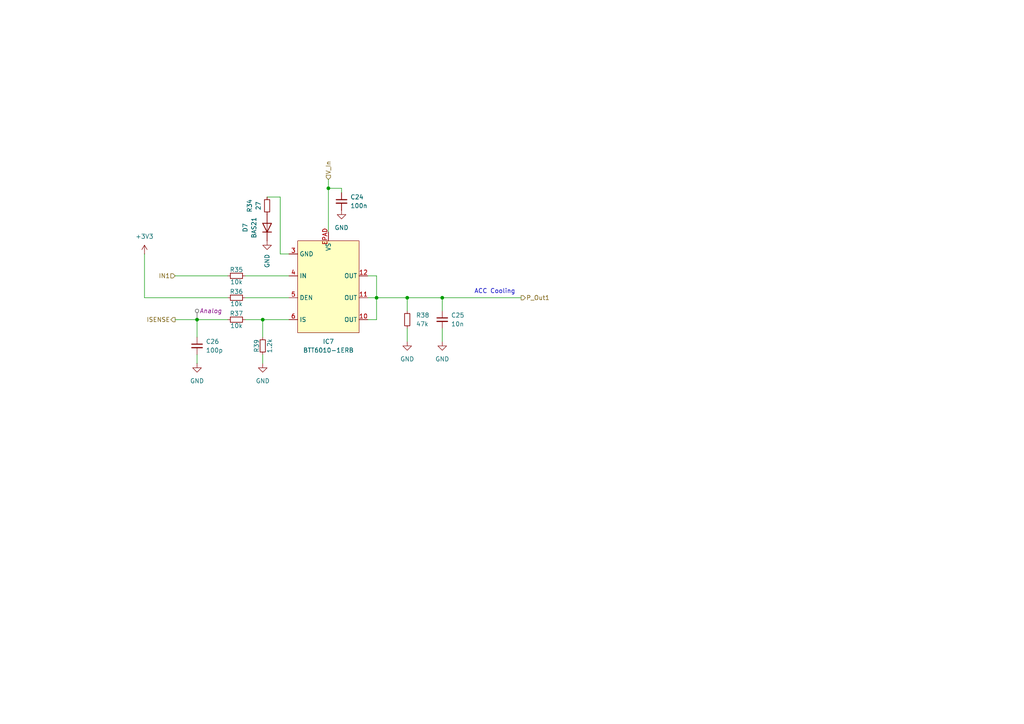
<source format=kicad_sch>
(kicad_sch (version 20231120) (generator "eeschema") (generator_version "8.0")
  (paper "A4")
  (title_block (title "PDU FT25") (date "2024-11-18") (rev "V1.0") (company "Janek Herm") (comment 1 "FaSTTUBe Electronics"))
  (lib_symbols
    (symbol "Device:C_Small" (pin_numbers hide) (pin_names (offset 0.254) hide)
      (property "Reference" "C" (at 0.254 1.778 0))
      (property "Value" "C_Small" (at 0.254 -2.032 0))
      (symbol "C_Small_0_1"
        (polyline (pts (xy -1.524 -0.508) (xy 1.524 -0.508)) (stroke (width 0.3302)))
        (polyline (pts (xy -1.524 0.508) (xy 1.524 0.508)) (stroke (width 0.3048)))
      )
      (symbol "C_Small_1_1"
        (pin passive line (at 0 2.54 270) (length 2.032) (name "~") (number "1"))
        (pin passive line (at 0 -2.54 90) (length 2.032) (name "~") (number "2"))
      )
    )
    (symbol "Device:R_Small" (pin_numbers hide) (pin_names (offset 0.254) hide)
      (property "Reference" "R" (at 0.762 0.508 0))
      (property "Value" "R_Small" (at 0.762 -1.016 0))
      (symbol "R_Small_0_1"
        (rectangle (start -0.762 1.778) (end 0.762 -1.778) (stroke (width 0.2032)))
      )
      (symbol "R_Small_1_1"
        (pin passive line (at 0 2.54 270) (length 0.762) (name "~") (number "1"))
        (pin passive line (at 0 -2.54 90) (length 0.762) (name "~") (number "2"))
      )
    )
    (symbol "Diode:BAS21" (pin_numbers hide) (pin_names hide)
      (property "Reference" "D" (at 0 2.54 0))
      (property "Value" "BAS21" (at 0 -2.54 0))
      (symbol "BAS21_0_1"
        (polyline (pts (xy -1.27 1.27) (xy -1.27 -1.27)) (stroke (width 0.254)))
        (polyline (pts (xy 1.27 0) (xy -1.27 0)))
        (polyline (pts (xy 1.27 1.27) (xy 1.27 -1.27) (xy -1.27 0) (xy 1.27 1.27)) (stroke (width 0.254)))
      )
      (symbol "BAS21_1_1"
        (pin passive line (at 3.81 0 180) (length 2.54) (name "A") (number "1"))
        (pin no_connect line (at -1.27 0 0) (length 2.54) hide (name "NC") (number "2"))
        (pin passive line (at -3.81 0 0) (length 2.54) (name "K") (number "3"))
      )
    )
    (symbol "FaSTTUBe_Power-Switches:BTT6010-1ERB"
      (property "Reference" "IC" (at 0.254 -28.956 0))
      (property "Value" "BTT6010-1ERB" (at 0.508 -30.734 0))
      (symbol "BTT6010-1ERB_1_1"
        (rectangle (start -8.89 -1.27) (end 8.89 -27.94) (fill (type background)))
        (pin passive line (at 11.43 -24.13 180) (length 2.54) (name "OUT") (number "10"))
        (pin passive line (at 11.43 -17.78 180) (length 2.54) (name "OUT") (number "11"))
        (pin power_out line (at 11.43 -11.43 180) (length 2.54) (name "OUT") (number "12"))
        (pin output line (at -11.43 -5.08 0) (length 2.54) (name "GND") (number "3"))
        (pin input line (at -11.43 -11.43 0) (length 2.54) (name "IN") (number "4"))
        (pin input line (at -11.43 -17.78 0) (length 2.54) (name "DEN") (number "5"))
        (pin output line (at -11.43 -24.13 0) (length 2.54) (name "IS") (number "6"))
        (pin input line (at 0 1.27 270) (length 2.54) (name "VS") (number "EPAD"))
      )
    )
    (symbol "power:+3.3V" (power) (pin_numbers hide) (pin_names (offset 0) hide)
      (property "Value" "+3.3V" (at 0 3.556 0))
      (symbol "+3.3V_0_1"
        (polyline (pts (xy -0.762 1.27) (xy 0 2.54)))
        (polyline (pts (xy 0 0) (xy 0 2.54)))
        (polyline (pts (xy 0 2.54) (xy 0.762 1.27)))
      )
      (symbol "+3.3V_1_1"
        (pin power_in line (at 0 0 90) (length 0) (name "~") (number "1"))
      )
    )
    (symbol "power:GND" (power) (pin_numbers hide) (pin_names (offset 0) hide)
      (property "Value" "GND" (at 0 -3.81 0))
      (symbol "GND_0_1"
        (polyline (pts (xy 0 0) (xy 0 -1.27) (xy 1.27 -1.27) (xy 0 -2.54) (xy -1.27 -1.27) (xy 0 -1.27)))
      )
      (symbol "GND_1_1"
        (pin power_in line (at 0 0 270) (length 0) (name "~") (number "1"))
      )
    )
  )
  (junction (at 76.2 92.71))
  (junction (at 109.22 86.36))
  (junction (at 57.15 92.71))
  (junction (at 118.11 86.36))
  (junction (at 128.27 86.36))
  (junction (at 95.25 54.61))
  (wire (pts (xy 118.11 95.25) (xy 118.11 99.06)))
  (wire (pts (xy 50.8 80.01) (xy 66.04 80.01)))
  (wire (pts (xy 57.15 92.71) (xy 66.04 92.71)))
  (wire (pts (xy 109.22 86.36) (xy 118.11 86.36)))
  (wire (pts (xy 106.68 86.36) (xy 109.22 86.36)))
  (wire (pts (xy 128.27 86.36) (xy 128.27 90.17)))
  (wire (pts (xy 41.91 86.36) (xy 66.04 86.36)))
  (wire (pts (xy 99.06 54.61) (xy 95.25 54.61)))
  (wire (pts (xy 128.27 95.25) (xy 128.27 99.06)))
  (wire (pts (xy 71.12 86.36) (xy 83.82 86.36)))
  (wire (pts (xy 128.27 86.36) (xy 151.13 86.36)))
  (wire (pts (xy 118.11 86.36) (xy 118.11 90.17)))
  (wire (pts (xy 41.91 86.36) (xy 41.91 73.66)))
  (wire (pts (xy 106.68 80.01) (xy 109.22 80.01)))
  (wire (pts (xy 95.25 54.61) (xy 95.25 67.31)))
  (wire (pts (xy 71.12 80.01) (xy 83.82 80.01)))
  (wire (pts (xy 81.28 57.15) (xy 77.47 57.15)))
  (wire (pts (xy 109.22 80.01) (xy 109.22 86.36)))
  (wire (pts (xy 95.25 52.07) (xy 95.25 54.61)))
  (wire (pts (xy 76.2 92.71) (xy 83.82 92.71)))
  (wire (pts (xy 57.15 92.71) (xy 57.15 97.79)))
  (wire (pts (xy 99.06 54.61) (xy 99.06 55.88)))
  (wire (pts (xy 109.22 92.71) (xy 109.22 86.36)))
  (wire (pts (xy 118.11 86.36) (xy 128.27 86.36)))
  (wire (pts (xy 81.28 57.15) (xy 81.28 73.66)))
  (wire (pts (xy 57.15 102.87) (xy 57.15 105.41)))
  (wire (pts (xy 106.68 92.71) (xy 109.22 92.71)))
  (wire (pts (xy 50.8 92.71) (xy 57.15 92.71)))
  (wire (pts (xy 81.28 73.66) (xy 83.82 73.66)))
  (wire (pts (xy 71.12 92.71) (xy 76.2 92.71)))
  (wire (pts (xy 76.2 92.71) (xy 76.2 97.79)))
  (wire (pts (xy 76.2 102.87) (xy 76.2 105.41)))
  (text "ACC Cooling" (at 143.51 84.582 0) (effects (font (size 1.27 1.27))))
  (hierarchical_label "P_Out1" (shape output) (at 151.13 86.36 0))
  (hierarchical_label "V_In" (shape input) (at 95.25 52.07 90))
  (hierarchical_label "IN1" (shape input) (at 50.8 80.01 180))
  (hierarchical_label "ISENSE" (shape output) (at 50.8 92.71 180))
  (netclass_flag "" (length 2.54) (shape round) (at 57.15 92.71 0) (property "Netclass" "Analog" (at 57.8485 90.17 0) (effects (font (italic yes)) (justify left))))
  (symbol (lib_id "power:GND") (at 128.27 99.06 0) (unit 1)
    (property "Reference" "#PWR071" (effects (hide yes)))
    (property "Value" "GND" (at 128.27 104.14 0))
    (property "Description" "Power symbol creates a global label with name \"GND\" , ground" (effects (hide yes)))
  )
  (symbol (lib_id "FaSTTUBe_Power-Switches:BTT6010-1ERB") (at 95.25 68.58 0) (unit 1)
    (property "Reference" "IC7" (at 95.25 99.06 0))
    (property "Value" "BTT6010-1ERB" (at 95.25 101.6 0))
    (property "Footprint" "BTT6010-1ERB:SOIC14_BTT6010-1ERB_INF" (effects (hide yes)))
    (property "Datasheet" "https://www.infineon.com/dgdl/Infineon-BTT6010-1ERB-DS-v01_00-EN.pdf?fileId=5546d46269e1c019016a21e80b080d7a" (effects (hide yes)))
  )
  (symbol (lib_id "power:+3.3V") (at 41.91 73.66 0) (unit 1)
    (property "Reference" "#PWR069" (effects (hide yes)))
    (property "Value" "+3V3" (at 41.91 68.58 0))
    (property "Description" "Power symbol creates a global label with name \"+3.3V\"" (effects (hide yes)))
  )
  (symbol (lib_id "Device:R_Small") (at 68.58 80.01 270) (unit 1)
    (property "Reference" "R35" (at 68.58 78.232 90))
    (property "Value" "10k" (at 68.58 81.788 90))
    (property "Footprint" "Resistor_SMD:R_0603_1608Metric_Pad0.98x0.95mm_HandSolder" (effects (hide yes)))
    (property "Description" "Resistor, small symbol" (effects (hide yes)))
  )
  (symbol (lib_id "Device:C_Small") (at 128.27 92.71 0) (unit 1)
    (property "Reference" "C25" (at 130.81 91.4462 0) (effects (justify left)))
    (property "Value" "10n" (at 130.81 93.9862 0) (effects (justify left)))
    (property "Footprint" "Capacitor_SMD:C_0603_1608Metric_Pad1.08x0.95mm_HandSolder" (effects (hide yes)))
    (property "Description" "Unpolarized capacitor, small symbol" (effects (hide yes)))
  )
  (symbol (lib_id "Device:R_Small") (at 77.47 59.69 180) (unit 1)
    (property "Reference" "R34" (at 72.39 59.69 90))
    (property "Value" "27" (at 74.93 59.69 90))
    (property "Footprint" "Resistor_SMD:R_0603_1608Metric_Pad0.98x0.95mm_HandSolder" (effects (hide yes)))
    (property "Description" "Resistor, small symbol" (effects (hide yes)))
  )
  (symbol (lib_id "power:GND") (at 76.2 105.41 0) (unit 1)
    (property "Reference" "#PWR073" (effects (hide yes)))
    (property "Value" "GND" (at 76.2 110.49 0))
    (property "Description" "Power symbol creates a global label with name \"GND\" , ground" (effects (hide yes)))
  )
  (symbol (lib_id "Device:R_Small") (at 76.2 100.33 0) (unit 1)
    (property "Reference" "R39" (at 74.422 100.33 90))
    (property "Value" "1.2k" (at 78.232 100.33 90))
    (property "Footprint" "Resistor_SMD:R_0603_1608Metric_Pad0.98x0.95mm_HandSolder" (effects (hide yes)))
    (property "Description" "Resistor, small symbol" (effects (hide yes)))
  )
  (symbol (lib_id "Device:C_Small") (at 57.15 100.33 0) (unit 1)
    (property "Reference" "C26" (at 59.69 99.0662 0) (effects (justify left)))
    (property "Value" "100p" (at 59.69 101.6062 0) (effects (justify left)))
    (property "Footprint" "Capacitor_SMD:C_0603_1608Metric_Pad1.08x0.95mm_HandSolder" (effects (hide yes)))
    (property "Description" "Unpolarized capacitor, small symbol" (effects (hide yes)))
  )
  (symbol (lib_id "power:GND") (at 118.11 99.06 0) (unit 1)
    (property "Reference" "#PWR070" (effects (hide yes)))
    (property "Value" "GND" (at 118.11 104.14 0))
    (property "Description" "Power symbol creates a global label with name \"GND\" , ground" (effects (hide yes)))
  )
  (symbol (lib_id "power:GND") (at 99.06 60.96 0) (unit 1)
    (property "Reference" "#PWR067" (effects (hide yes)))
    (property "Value" "GND" (at 99.06 66.04 0))
    (property "Description" "Power symbol creates a global label with name \"GND\" , ground" (effects (hide yes)))
  )
  (symbol (lib_id "Diode:BAS21") (at 77.47 66.04 90) (unit 1)
    (property "Reference" "D7" (at 71.12 66.04 0))
    (property "Value" "BAS21" (at 73.66 66.04 0))
    (property "Footprint" "Package_TO_SOT_SMD:SOT-23" (effects (hide yes)))
    (property "Datasheet" "https://www.diodes.com/assets/Datasheets/Ds12004.pdf" (effects (hide yes)))
    (property "Description" "250V, 0.4A, High-speed Switching Diode, SOT-23" (effects (hide yes)))
  )
  (symbol (lib_id "Device:R_Small") (at 68.58 86.36 270) (unit 1)
    (property "Reference" "R36" (at 68.58 84.582 90))
    (property "Value" "10k" (at 68.58 88.138 90))
    (property "Footprint" "Resistor_SMD:R_0603_1608Metric_Pad0.98x0.95mm_HandSolder" (effects (hide yes)))
    (property "Description" "Resistor, small symbol" (effects (hide yes)))
  )
  (symbol (lib_id "Device:R_Small") (at 68.58 92.71 270) (unit 1)
    (property "Reference" "R37" (at 68.58 90.932 90))
    (property "Value" "10k" (at 68.58 94.488 90))
    (property "Footprint" "Resistor_SMD:R_0603_1608Metric_Pad0.98x0.95mm_HandSolder" (effects (hide yes)))
    (property "Description" "Resistor, small symbol" (effects (hide yes)))
  )
  (symbol (lib_id "Device:C_Small") (at 99.06 58.42 0) (unit 1)
    (property "Reference" "C24" (at 101.6 57.1562 0) (effects (justify left)))
    (property "Value" "100n" (at 101.6 59.6962 0) (effects (justify left)))
    (property "Footprint" "Capacitor_SMD:C_0603_1608Metric_Pad1.08x0.95mm_HandSolder" (effects (hide yes)))
    (property "Description" "Unpolarized capacitor, small symbol" (effects (hide yes)))
  )
  (symbol (lib_id "power:GND") (at 57.15 105.41 0) (unit 1)
    (property "Reference" "#PWR072" (effects (hide yes)))
    (property "Value" "GND" (at 57.15 110.49 0))
    (property "Description" "Power symbol creates a global label with name \"GND\" , ground" (effects (hide yes)))
  )
  (symbol (lib_id "power:GND") (at 77.47 69.85 0) (unit 1)
    (property "Reference" "#PWR068" (effects (hide yes)))
    (property "Value" "GND" (at 77.4699 73.66 90) (effects (justify right)))
    (property "Description" "Power symbol creates a global label with name \"GND\" , ground" (effects (hide yes)))
  )
  (symbol (lib_id "Device:R_Small") (at 118.11 92.71 0) (unit 1)
    (property "Reference" "R38" (at 120.65 91.4399 0) (effects (justify left)))
    (property "Value" "47k" (at 120.65 93.9799 0) (effects (justify left)))
    (property "Footprint" "Resistor_SMD:R_0603_1608Metric_Pad0.98x0.95mm_HandSolder" (effects (hide yes)))
    (property "Description" "Resistor, small symbol" (effects (hide yes)))
  )
)
</source>
